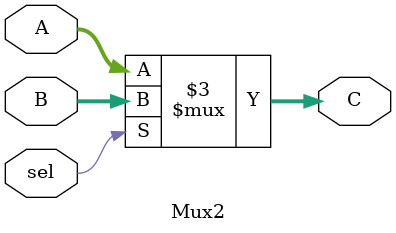
<source format=sv>
module Mux2
(
    input  logic [31:0] A, 
    input  logic [31:0] B, 
    input  logic        sel,
	output logic [31:0] C
    
);
	always_comb begin
		if (sel) C <= B;
		else C <= A;
	end
endmodule
</source>
